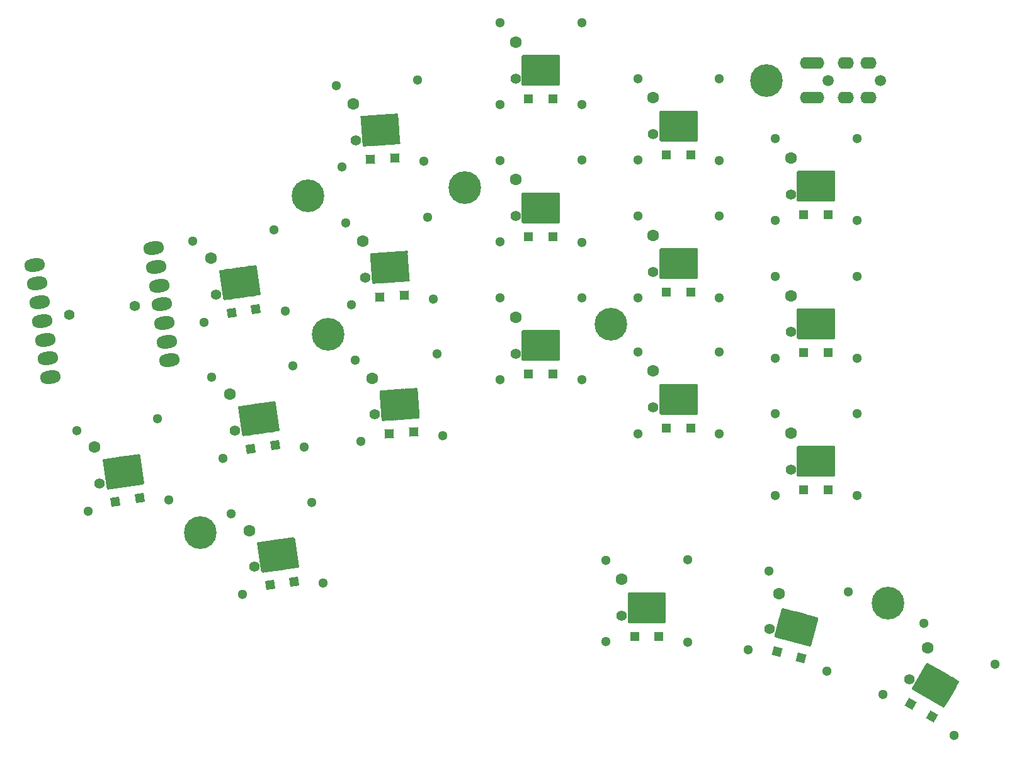
<source format=gbs>
G04 #@! TF.GenerationSoftware,KiCad,Pcbnew,(6.0.7-1)-1*
G04 #@! TF.CreationDate,2022-12-29T15:50:45-05:00*
G04 #@! TF.ProjectId,musubi,6d757375-6269-42e6-9b69-6361645f7063,rev?*
G04 #@! TF.SameCoordinates,Original*
G04 #@! TF.FileFunction,Soldermask,Bot*
G04 #@! TF.FilePolarity,Negative*
%FSLAX46Y46*%
G04 Gerber Fmt 4.6, Leading zero omitted, Abs format (unit mm)*
G04 Created by KiCad (PCBNEW (6.0.7-1)-1) date 2022-12-29 15:50:45*
%MOMM*%
%LPD*%
G01*
G04 APERTURE LIST*
G04 Aperture macros list*
%AMHorizOval*
0 Thick line with rounded ends*
0 $1 width*
0 $2 $3 position (X,Y) of the first rounded end (center of the circle)*
0 $4 $5 position (X,Y) of the second rounded end (center of the circle)*
0 Add line between two ends*
20,1,$1,$2,$3,$4,$5,0*
0 Add two circle primitives to create the rounded ends*
1,1,$1,$2,$3*
1,1,$1,$4,$5*%
%AMRotRect*
0 Rectangle, with rotation*
0 The origin of the aperture is its center*
0 $1 length*
0 $2 width*
0 $3 Rotation angle, in degrees counterclockwise*
0 Add horizontal line*
21,1,$1,$2,0,0,$3*%
G04 Aperture macros list end*
%ADD10R,1.200000X1.200000*%
%ADD11O,0.300000X4.100000*%
%ADD12C,1.300000*%
%ADD13O,5.100000X0.300000*%
%ADD14O,2.000000X4.100000*%
%ADD15O,5.100000X4.100000*%
%ADD16C,1.600000*%
%ADD17C,1.400000*%
%ADD18RotRect,1.200000X1.200000X184.000000*%
%ADD19C,1.500000*%
%ADD20O,2.200000X1.600000*%
%ADD21HorizOval,0.300000X2.376643X0.334015X-2.376643X-0.334015X0*%
%ADD22HorizOval,0.300000X-0.264429X1.881509X0.264429X-1.881509X0*%
%ADD23HorizOval,4.100000X0.495134X0.069587X-0.495134X-0.069587X0*%
%ADD24HorizOval,2.000000X-0.146132X1.039781X0.146132X-1.039781X0*%
%ADD25RotRect,1.200000X1.200000X188.000000*%
%ADD26C,2.600000*%
%ADD27C,4.400000*%
%ADD28HorizOval,0.300000X2.394154X0.167416X-2.394154X-0.167416X0*%
%ADD29HorizOval,0.300000X-0.132537X1.895372X0.132537X-1.895372X0*%
%ADD30HorizOval,2.000000X-0.073244X1.047442X0.073244X-1.047442X0*%
%ADD31HorizOval,4.100000X0.498782X0.034878X-0.498782X-0.034878X0*%
%ADD32HorizOval,2.000000X-0.525000X-0.909327X0.525000X0.909327X0*%
%ADD33HorizOval,0.300000X2.078461X-1.200000X-2.078461X1.200000X0*%
%ADD34HorizOval,4.100000X0.433013X-0.250000X-0.433013X0.250000X0*%
%ADD35HorizOval,0.300000X-0.950000X-1.645448X0.950000X1.645448X0*%
%ADD36HorizOval,1.800000X0.470377X0.066107X-0.470377X-0.066107X0*%
%ADD37HorizOval,1.800000X-0.470377X-0.066107X0.470377X0.066107X0*%
%ADD38C,1.397000*%
%ADD39RotRect,1.200000X1.200000X165.000000*%
%ADD40RotRect,1.200000X1.200000X150.000000*%
%ADD41HorizOval,0.300000X2.318222X-0.621166X-2.318222X0.621166X0*%
%ADD42HorizOval,4.100000X0.482963X-0.129410X-0.482963X0.129410X0*%
%ADD43HorizOval,0.300000X-0.491756X-1.835259X0.491756X1.835259X0*%
%ADD44HorizOval,2.000000X-0.271760X-1.014222X0.271760X1.014222X0*%
G04 APERTURE END LIST*
D10*
X156518354Y-97992001D03*
X153218354Y-97992001D03*
D11*
X157268354Y-57392159D03*
D12*
X160368346Y-62004331D03*
D13*
X154868354Y-59304495D03*
D12*
X149368362Y-61991995D03*
D14*
X156418354Y-57392159D03*
X156418354Y-57404495D03*
D15*
X154868354Y-57404495D03*
D14*
X153318354Y-57392159D03*
D15*
X154868354Y-57392159D03*
D12*
X149368346Y-51004331D03*
D13*
X154868354Y-55492159D03*
X154868354Y-55504495D03*
D11*
X152468354Y-57392159D03*
D14*
X153318354Y-57404495D03*
D13*
X154868354Y-59292159D03*
D11*
X157268354Y-57404495D03*
X152468354Y-57404495D03*
D12*
X160368362Y-50991995D03*
D16*
X151468346Y-53604331D03*
D17*
X151468346Y-58504331D03*
D18*
X119266958Y-98563325D03*
X115974996Y-98793521D03*
D10*
X137995055Y-53741968D03*
X134695055Y-53741968D03*
D19*
X174986206Y-51241997D03*
X181986206Y-51241997D03*
D20*
X172286206Y-48941997D03*
X172286206Y-53541997D03*
X173386206Y-48941997D03*
X173386206Y-53541997D03*
X177386206Y-53541997D03*
X177386206Y-48941997D03*
X180386206Y-53541997D03*
X180386206Y-48941997D03*
D10*
X174994979Y-69341961D03*
X171694979Y-69341961D03*
D13*
X150591715Y-120255944D03*
D14*
X152141715Y-122168280D03*
D12*
X145091723Y-126755780D03*
D15*
X150591715Y-122155944D03*
D11*
X148191715Y-122168280D03*
X152991715Y-122168280D03*
X148191715Y-122155944D03*
X152991715Y-122155944D03*
D12*
X156091723Y-115755780D03*
D13*
X150591715Y-124068280D03*
D14*
X149041715Y-122155944D03*
D15*
X150591715Y-122168280D03*
D14*
X152141715Y-122155944D03*
D12*
X145091707Y-115768116D03*
X156091707Y-126768116D03*
D13*
X150591715Y-124055944D03*
D14*
X149041715Y-122168280D03*
D13*
X150591715Y-120268280D03*
D16*
X147191707Y-118368116D03*
D17*
X147191707Y-123268116D03*
D21*
X101287511Y-116961180D03*
D22*
X98648155Y-115425902D03*
D12*
X107111438Y-118881506D03*
D23*
X101024798Y-115091887D03*
D24*
X102557997Y-114863952D03*
D12*
X96216789Y-120400192D03*
D24*
X99489883Y-115307605D03*
D22*
X103401442Y-114757871D03*
D21*
X101289227Y-116973396D03*
D24*
X102559714Y-114876168D03*
D21*
X100758653Y-113198161D03*
D12*
X105578833Y-107976339D03*
D23*
X101023082Y-115079671D03*
D21*
X100760370Y-113210377D03*
D22*
X103399725Y-114745655D03*
D12*
X94687585Y-109519462D03*
D22*
X98646438Y-115413686D03*
D24*
X99488166Y-115295389D03*
D16*
X97128998Y-111801895D03*
D17*
X97810947Y-116654209D03*
D25*
X103192815Y-118662399D03*
X99924931Y-119121671D03*
D10*
X174994977Y-87841952D03*
X171694977Y-87841952D03*
D26*
X90544301Y-112068688D03*
D27*
X90544301Y-112068688D03*
D28*
X117484969Y-96733322D03*
D29*
X119747446Y-94682841D03*
D12*
X112186705Y-99810241D03*
D28*
X117220754Y-92954885D03*
D30*
X118899516Y-94742134D03*
D28*
X117485829Y-96745628D03*
D12*
X111420229Y-88849344D03*
D30*
X118898656Y-94729828D03*
D29*
X119746585Y-94670535D03*
X114959138Y-95017672D03*
D12*
X123160754Y-99055227D03*
D31*
X117352431Y-94837950D03*
D30*
X115807068Y-94958379D03*
D12*
X122392589Y-88069716D03*
D29*
X114958278Y-95005366D03*
D31*
X117353292Y-94850256D03*
D28*
X117219894Y-92942579D03*
D30*
X115806207Y-94946073D03*
D16*
X113696480Y-91296522D03*
D17*
X114038287Y-96184586D03*
D32*
X188081210Y-131798140D03*
D33*
X188479717Y-134207905D03*
D34*
X189423549Y-132573140D03*
D33*
X190373549Y-130927692D03*
D32*
X188087378Y-131787457D03*
D35*
X187345088Y-131373140D03*
D33*
X188473549Y-134218588D03*
D12*
X197392946Y-129769756D03*
D34*
X189429717Y-132562457D03*
D35*
X191502010Y-133773140D03*
X187351256Y-131362457D03*
D32*
X190772056Y-133337457D03*
D12*
X187860484Y-124280432D03*
D32*
X190765888Y-133348140D03*
D12*
X182366666Y-133796036D03*
D35*
X191508178Y-133762457D03*
D33*
X190379717Y-130917009D03*
D12*
X191886764Y-139306711D03*
D16*
X188379138Y-127582098D03*
D17*
X185929138Y-131825622D03*
D24*
X81796896Y-103661716D03*
D21*
X79997552Y-101995925D03*
D12*
X84817732Y-96774103D03*
D22*
X82638624Y-103543419D03*
D12*
X73926484Y-98317226D03*
D22*
X77885337Y-104211450D03*
D12*
X86350337Y-107679270D03*
D21*
X80526410Y-105758944D03*
D22*
X82640341Y-103555635D03*
D23*
X80263697Y-103889651D03*
D21*
X80528126Y-105771160D03*
D24*
X81798613Y-103673932D03*
D23*
X80261981Y-103877435D03*
D24*
X78728782Y-104105369D03*
D22*
X77887054Y-104223666D03*
D24*
X78727065Y-104093153D03*
D12*
X75455688Y-109197956D03*
D21*
X79999269Y-102008141D03*
D16*
X76367897Y-100599659D03*
D17*
X77049846Y-105451973D03*
D26*
X166673711Y-51242001D03*
D27*
X166673711Y-51242001D03*
X105044296Y-66818696D03*
D26*
X105044296Y-66818696D03*
D27*
X145794299Y-84068691D03*
X107717509Y-85398361D03*
X126091069Y-65695131D03*
D14*
X171794975Y-102479779D03*
D13*
X173344975Y-104392115D03*
D11*
X170944975Y-102492115D03*
D12*
X178844983Y-96079615D03*
D11*
X175744975Y-102492115D03*
D13*
X173344975Y-100592115D03*
D11*
X175744975Y-102479779D03*
D15*
X173344975Y-102492115D03*
X173344975Y-102479779D03*
D13*
X173344975Y-104379779D03*
D12*
X167844967Y-96091951D03*
D14*
X174894975Y-102492115D03*
D12*
X178844967Y-107091951D03*
D11*
X170944975Y-102479779D03*
D12*
X167844983Y-107079615D03*
D13*
X173344975Y-100579779D03*
D14*
X174894975Y-102479779D03*
X171794975Y-102492115D03*
D16*
X169944967Y-98691951D03*
D17*
X169944967Y-103591951D03*
D10*
X138000019Y-90741977D03*
X134700019Y-90741977D03*
D18*
X116687190Y-61670736D03*
X113395228Y-61900932D03*
D13*
X136345054Y-48004482D03*
X136345054Y-47992146D03*
X136345054Y-51792146D03*
D12*
X130845046Y-43504318D03*
D14*
X134795054Y-49904482D03*
D13*
X136345054Y-51804482D03*
D14*
X137895054Y-49904482D03*
D15*
X136345054Y-49904482D03*
D11*
X133945054Y-49892146D03*
X133945054Y-49904482D03*
D12*
X130845062Y-54491982D03*
D11*
X138745054Y-49904482D03*
D15*
X136345054Y-49892146D03*
D14*
X137895054Y-49892146D03*
D12*
X141845046Y-54504318D03*
D11*
X138745054Y-49892146D03*
D14*
X134795054Y-49892146D03*
D12*
X141845062Y-43491982D03*
D16*
X132945046Y-46104318D03*
D17*
X132945046Y-51004318D03*
D21*
X98712118Y-98636266D03*
D23*
X98447689Y-96754757D03*
D21*
X98713834Y-98648482D03*
D24*
X99982604Y-96539038D03*
D22*
X96072762Y-97100988D03*
D23*
X98449405Y-96766973D03*
D22*
X100826049Y-96432957D03*
D21*
X98183260Y-94873247D03*
D24*
X96914490Y-96982691D03*
D21*
X98184977Y-94885463D03*
D12*
X92112192Y-91194548D03*
X104536045Y-100556592D03*
D22*
X96071045Y-97088772D03*
D12*
X93641396Y-102075278D03*
D24*
X96912773Y-96970475D03*
D22*
X100824332Y-96420741D03*
D24*
X99984321Y-96551254D03*
D12*
X103003440Y-89651425D03*
D16*
X94553605Y-93476981D03*
D17*
X95235554Y-98329295D03*
D13*
X136345030Y-66492132D03*
D15*
X136345030Y-68404468D03*
D14*
X137895030Y-68392132D03*
D13*
X136345030Y-70292132D03*
D14*
X134795030Y-68404468D03*
D11*
X138745030Y-68404468D03*
D14*
X134795030Y-68392132D03*
D13*
X136345030Y-70304468D03*
D15*
X136345030Y-68392132D03*
D12*
X141845038Y-61991968D03*
X141845022Y-73004304D03*
D11*
X138745030Y-68392132D03*
D14*
X137895030Y-68404468D03*
D12*
X130845022Y-62004304D03*
D11*
X133945030Y-68392132D03*
D13*
X136345030Y-66504468D03*
D12*
X130845038Y-72991968D03*
D11*
X133945030Y-68404468D03*
D16*
X132945022Y-64604304D03*
D17*
X132945022Y-69504304D03*
D36*
X84319816Y-73820147D03*
X84673316Y-76335429D03*
X85026816Y-78850710D03*
X85380317Y-81365991D03*
X85733815Y-83881272D03*
X86087315Y-86396553D03*
X86440815Y-88911834D03*
D37*
X70408375Y-91165046D03*
X70054875Y-88649765D03*
X69701376Y-86134484D03*
X69347876Y-83619203D03*
X68994376Y-81103922D03*
X68640877Y-78588641D03*
X68287377Y-76073361D03*
D38*
X72922493Y-82796708D03*
X81721720Y-81560058D03*
D10*
X174994972Y-106341952D03*
X171694972Y-106341952D03*
X156518351Y-79741990D03*
X153218351Y-79741990D03*
D39*
X171311027Y-128919012D03*
X168123471Y-128064910D03*
D13*
X173344980Y-85904452D03*
D12*
X178844988Y-77591952D03*
D15*
X173344980Y-83992116D03*
D11*
X175744980Y-83992116D03*
X170944980Y-83992116D03*
D13*
X173344980Y-82104452D03*
D14*
X171794980Y-83992116D03*
D11*
X170944980Y-84004452D03*
D14*
X174894980Y-84004452D03*
D12*
X167844988Y-88591952D03*
X178844972Y-88604288D03*
D11*
X175744980Y-84004452D03*
D12*
X167844972Y-77604288D03*
D13*
X173344980Y-82092116D03*
D14*
X171794980Y-84004452D03*
X174894980Y-83992116D03*
D15*
X173344980Y-84004452D03*
D13*
X173344980Y-85892116D03*
D16*
X169944972Y-80204288D03*
D17*
X169944972Y-85104288D03*
D25*
X98047575Y-82052032D03*
X94779691Y-82511304D03*
D12*
X167844986Y-70091951D03*
X178844970Y-70104287D03*
D14*
X174894978Y-65504451D03*
D15*
X173344978Y-65504451D03*
X173344978Y-65492115D03*
D14*
X174894978Y-65492115D03*
D11*
X175744978Y-65492115D03*
D14*
X171794978Y-65504451D03*
D12*
X167844970Y-59104287D03*
X178844986Y-59091951D03*
D13*
X173344978Y-67404451D03*
D11*
X175744978Y-65504451D03*
D13*
X173344978Y-63604451D03*
X173344978Y-63592115D03*
D11*
X170944978Y-65504451D03*
D14*
X171794978Y-65492115D03*
D11*
X170944978Y-65492115D03*
D13*
X173344978Y-67392115D03*
D16*
X169944970Y-61704287D03*
D17*
X169944970Y-66604287D03*
D12*
X91069838Y-83777602D03*
D24*
X97412763Y-78253578D03*
D22*
X93501204Y-78803312D03*
D21*
X96140560Y-80338590D03*
D12*
X101964487Y-82258916D03*
D21*
X95611702Y-76575571D03*
D22*
X98254491Y-78135281D03*
X93499487Y-78791096D03*
D24*
X97411046Y-78241362D03*
D23*
X95876131Y-78457081D03*
D21*
X96142276Y-80350806D03*
D12*
X100431882Y-71353749D03*
D21*
X95613419Y-76587787D03*
D12*
X89540634Y-72896872D03*
D24*
X94342932Y-78685015D03*
X94341215Y-78672799D03*
D23*
X95877847Y-78469297D03*
D22*
X98252774Y-78123065D03*
D16*
X91982047Y-75179305D03*
D17*
X92663996Y-80031619D03*
D18*
X117978899Y-80143123D03*
X114686937Y-80373319D03*
D13*
X154868350Y-74004499D03*
D14*
X156418350Y-75892163D03*
X153318350Y-75892163D03*
D13*
X154868350Y-73992163D03*
D12*
X149368342Y-69504335D03*
D13*
X154868350Y-77792163D03*
D12*
X160368342Y-80504335D03*
D11*
X152468350Y-75892163D03*
D14*
X156418350Y-75904499D03*
X153318350Y-75904499D03*
D12*
X149368358Y-80491999D03*
D11*
X157268350Y-75904499D03*
D12*
X160368358Y-69491999D03*
D11*
X157268350Y-75892163D03*
D15*
X154868350Y-75904499D03*
D11*
X152468350Y-75904499D03*
D15*
X154868350Y-75892163D03*
D13*
X154868350Y-77804499D03*
D16*
X151468342Y-72104335D03*
D17*
X151468342Y-77004335D03*
D10*
X152241715Y-126005779D03*
X148941715Y-126005779D03*
D40*
X188919518Y-136755632D03*
X186061634Y-135105632D03*
D10*
X156518352Y-61241986D03*
X153218352Y-61241986D03*
D11*
X152468352Y-94154490D03*
X152468352Y-94142154D03*
D13*
X154868352Y-92254490D03*
D14*
X153318352Y-94142154D03*
D15*
X154868352Y-94142154D03*
D12*
X160368344Y-98754326D03*
D14*
X153318352Y-94154490D03*
D15*
X154868352Y-94154490D03*
D12*
X160368360Y-87741990D03*
D14*
X156418352Y-94154490D03*
D11*
X157268352Y-94154490D03*
D13*
X154868352Y-96042154D03*
D12*
X149368344Y-87754326D03*
D13*
X154868352Y-92242154D03*
D14*
X156418352Y-94142154D03*
D13*
X154868352Y-96054490D03*
D12*
X149368360Y-98741990D03*
D11*
X157268352Y-94142154D03*
D16*
X151468344Y-90354326D03*
D17*
X151468344Y-95254326D03*
D25*
X100617422Y-100337502D03*
X97349538Y-100796774D03*
D14*
X137895021Y-86904473D03*
D11*
X133945021Y-86892137D03*
D14*
X134795021Y-86892137D03*
D12*
X130845029Y-91491973D03*
D13*
X136345021Y-84992137D03*
D12*
X130845013Y-80504309D03*
D13*
X136345021Y-88804473D03*
D14*
X134795021Y-86904473D03*
D11*
X138745021Y-86904473D03*
D13*
X136345021Y-88792137D03*
D14*
X137895021Y-86892137D03*
D12*
X141845013Y-91504309D03*
D11*
X133945021Y-86904473D03*
D13*
X136345021Y-85004473D03*
D11*
X138745021Y-86892137D03*
D12*
X141845029Y-80491973D03*
D15*
X136345021Y-86904473D03*
X136345021Y-86892137D03*
D16*
X132945013Y-83104309D03*
D17*
X132945013Y-88004309D03*
D29*
X118458525Y-76250347D03*
D12*
X110132169Y-70429156D03*
D30*
X117610596Y-76309640D03*
D12*
X121104529Y-69649528D03*
D31*
X116065232Y-76430068D03*
X116064371Y-76417762D03*
D30*
X114518147Y-76525885D03*
D29*
X113671078Y-76597484D03*
D30*
X114519008Y-76538191D03*
D12*
X110898645Y-81390053D03*
D28*
X116197769Y-78325440D03*
D12*
X121872694Y-80635039D03*
D29*
X113670218Y-76585178D03*
X118459386Y-76262653D03*
D28*
X116196909Y-78313134D03*
X115931834Y-74522391D03*
X115932694Y-74534697D03*
D30*
X117611456Y-76321946D03*
D16*
X112408420Y-72876334D03*
D17*
X112750227Y-77764398D03*
D10*
X137995033Y-72241982D03*
X134695033Y-72241982D03*
D41*
X170203871Y-126637928D03*
X171184191Y-122979325D03*
D42*
X170692435Y-124814584D03*
D43*
X168374213Y-124193419D03*
D41*
X170200678Y-126649843D03*
D12*
X167036319Y-117208994D03*
X174814494Y-130681187D03*
X177664712Y-120044092D03*
X164192518Y-127822266D03*
D42*
X170695627Y-124802669D03*
D41*
X171187384Y-122967410D03*
D43*
X168377405Y-124181503D03*
D44*
X172192812Y-125203838D03*
X172189620Y-125215754D03*
D43*
X173010657Y-125435750D03*
X173013849Y-125423834D03*
D44*
X169195250Y-124413415D03*
X169198442Y-124401499D03*
D16*
X168391834Y-120263921D03*
D17*
X167123621Y-124996957D03*
D27*
X183044297Y-121568690D03*
D26*
X183044297Y-121568690D03*
D25*
X82431713Y-107460173D03*
X79163829Y-107919445D03*
D28*
X114640979Y-56062320D03*
D12*
X119812814Y-51177151D03*
D29*
X112379363Y-58125107D03*
X117166810Y-57777970D03*
D12*
X108840454Y-51956779D03*
D29*
X112378503Y-58112801D03*
D28*
X114640119Y-56050014D03*
X114906054Y-59853063D03*
D30*
X116318881Y-57837263D03*
X116319741Y-57849569D03*
D29*
X117167671Y-57790276D03*
D31*
X114772656Y-57945385D03*
D28*
X114905194Y-59840757D03*
D31*
X114773517Y-57957691D03*
D12*
X109606930Y-62917676D03*
D30*
X113227293Y-58065814D03*
X113226432Y-58053508D03*
D12*
X120580979Y-62162662D03*
D16*
X111116705Y-54403957D03*
D17*
X111458512Y-59292021D03*
M02*

</source>
